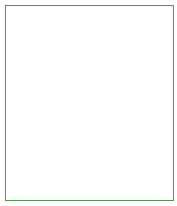
<source format=gbr>
%TF.GenerationSoftware,KiCad,Pcbnew,(6.0.1-0)*%
%TF.CreationDate,2022-09-16T03:33:08-04:00*%
%TF.ProjectId,mini_proj1,6d696e69-5f70-4726-9f6a-312e6b696361,rev?*%
%TF.SameCoordinates,Original*%
%TF.FileFunction,Profile,NP*%
%FSLAX46Y46*%
G04 Gerber Fmt 4.6, Leading zero omitted, Abs format (unit mm)*
G04 Created by KiCad (PCBNEW (6.0.1-0)) date 2022-09-16 03:33:08*
%MOMM*%
%LPD*%
G01*
G04 APERTURE LIST*
%TA.AperFunction,Profile*%
%ADD10C,0.100000*%
%TD*%
G04 APERTURE END LIST*
D10*
X127508000Y-67818000D02*
X141732000Y-67818000D01*
X141732000Y-67818000D02*
X141732000Y-84328000D01*
X141732000Y-84328000D02*
X127508000Y-84328000D01*
X127508000Y-84328000D02*
X127508000Y-67818000D01*
M02*

</source>
